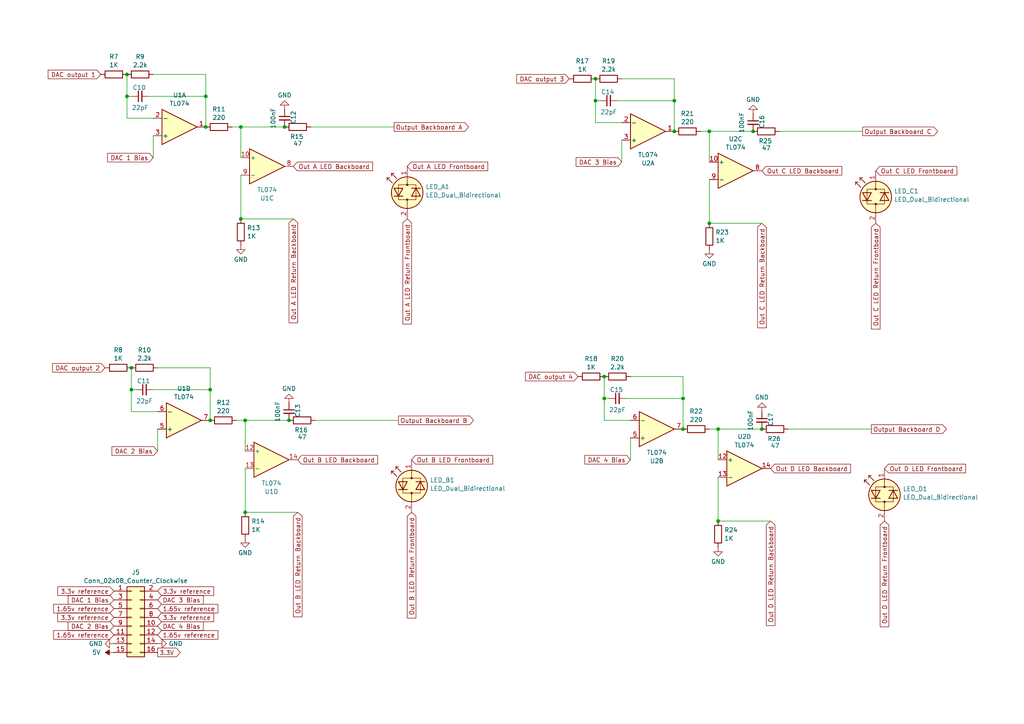
<source format=kicad_sch>
(kicad_sch (version 20231120) (generator "eeschema") (generator_version "8.0")
  (paper "A4")
  (lib_symbols
    (symbol "Amplifier_Operational:TL074" (pin_names (offset 0.127))
      (property "Reference" "U" (at 0 5.08 0))
      (property "Value" "TL074" (at 0 -5.08 0))
      (symbol "TL074_1_1"
        (polyline (pts (xy -5.08 5.08) (xy 5.08 0) (xy -5.08 -5.08) (xy -5.08 5.08)) (stroke (width 0.254)) (fill (type background)))
        (pin output line (at 7.62 0 180) (length 2.54) (name "~") (number "1"))
        (pin input line (at -7.62 -2.54 0) (length 2.54) (name "-") (number "2"))
        (pin input line (at -7.62 2.54 0) (length 2.54) (name "+") (number "3"))
      )
      (symbol "TL074_2_1"
        (polyline (pts (xy -5.08 5.08) (xy 5.08 0) (xy -5.08 -5.08) (xy -5.08 5.08)) (stroke (width 0.254)) (fill (type background)))
        (pin input line (at -7.62 2.54 0) (length 2.54) (name "+") (number "5"))
        (pin input line (at -7.62 -2.54 0) (length 2.54) (name "-") (number "6"))
        (pin output line (at 7.62 0 180) (length 2.54) (name "~") (number "7"))
      )
      (symbol "TL074_3_1"
        (polyline (pts (xy -5.08 5.08) (xy 5.08 0) (xy -5.08 -5.08) (xy -5.08 5.08)) (stroke (width 0.254)) (fill (type background)))
        (pin input line (at -7.62 2.54 0) (length 2.54) (name "+") (number "10"))
        (pin output line (at 7.62 0 180) (length 2.54) (name "~") (number "8"))
        (pin input line (at -7.62 -2.54 0) (length 2.54) (name "-") (number "9"))
      )
      (symbol "TL074_4_1"
        (polyline (pts (xy -5.08 5.08) (xy 5.08 0) (xy -5.08 -5.08) (xy -5.08 5.08)) (stroke (width 0.254)) (fill (type background)))
        (pin input line (at -7.62 2.54 0) (length 2.54) (name "+") (number "12"))
        (pin input line (at -7.62 -2.54 0) (length 2.54) (name "-") (number "13"))
        (pin output line (at 7.62 0 180) (length 2.54) (name "~") (number "14"))
      )
      (symbol "TL074_5_1"
        (pin power_in line (at -2.54 -7.62 90) (length 3.81) (name "V-") (number "11"))
        (pin power_in line (at -2.54 7.62 270) (length 3.81) (name "V+") (number "4"))
      )
    )
    (symbol "Connector_Generic:Conn_02x08_Odd_Even" (pin_names (offset 1.016) hide)
      (property "Reference" "J" (at 1.27 10.16 0))
      (property "Value" "Conn_02x08_Odd_Even" (at 1.27 -12.7 0))
      (symbol "Conn_02x08_Odd_Even_1_1"
        (rectangle (start -1.27 -10.033) (end 0 -10.287) (stroke (width 0.1524)))
        (rectangle (start -1.27 -7.493) (end 0 -7.747) (stroke (width 0.1524)))
        (rectangle (start -1.27 -4.953) (end 0 -5.207) (stroke (width 0.1524)))
        (rectangle (start -1.27 -2.413) (end 0 -2.667) (stroke (width 0.1524)))
        (rectangle (start -1.27 0.127) (end 0 -0.127) (stroke (width 0.1524)))
        (rectangle (start -1.27 2.667) (end 0 2.413) (stroke (width 0.1524)))
        (rectangle (start -1.27 5.207) (end 0 4.953) (stroke (width 0.1524)))
        (rectangle (start -1.27 7.747) (end 0 7.493) (stroke (width 0.1524)))
        (rectangle (start -1.27 8.89) (end 3.81 -11.43) (stroke (width 0.254)) (fill (type background)))
        (rectangle (start 3.81 -10.033) (end 2.54 -10.287) (stroke (width 0.1524)))
        (rectangle (start 3.81 -7.493) (end 2.54 -7.747) (stroke (width 0.1524)))
        (rectangle (start 3.81 -4.953) (end 2.54 -5.207) (stroke (width 0.1524)))
        (rectangle (start 3.81 -2.413) (end 2.54 -2.667) (stroke (width 0.1524)))
        (rectangle (start 3.81 0.127) (end 2.54 -0.127) (stroke (width 0.1524)))
        (rectangle (start 3.81 2.667) (end 2.54 2.413) (stroke (width 0.1524)))
        (rectangle (start 3.81 5.207) (end 2.54 4.953) (stroke (width 0.1524)))
        (rectangle (start 3.81 7.747) (end 2.54 7.493) (stroke (width 0.1524)))
        (pin passive line (at -5.08 7.62 0) (length 3.81) (name "Pin_1") (number "1"))
        (pin passive line (at 7.62 -2.54 180) (length 3.81) (name "Pin_10") (number "10"))
        (pin passive line (at -5.08 -5.08 0) (length 3.81) (name "Pin_11") (number "11"))
        (pin passive line (at 7.62 -5.08 180) (length 3.81) (name "Pin_12") (number "12"))
        (pin passive line (at -5.08 -7.62 0) (length 3.81) (name "Pin_13") (number "13"))
        (pin passive line (at 7.62 -7.62 180) (length 3.81) (name "Pin_14") (number "14"))
        (pin passive line (at -5.08 -10.16 0) (length 3.81) (name "Pin_15") (number "15"))
        (pin passive line (at 7.62 -10.16 180) (length 3.81) (name "Pin_16") (number "16"))
        (pin passive line (at 7.62 7.62 180) (length 3.81) (name "Pin_2") (number "2"))
        (pin passive line (at -5.08 5.08 0) (length 3.81) (name "Pin_3") (number "3"))
        (pin passive line (at 7.62 5.08 180) (length 3.81) (name "Pin_4") (number "4"))
        (pin passive line (at -5.08 2.54 0) (length 3.81) (name "Pin_5") (number "5"))
        (pin passive line (at 7.62 2.54 180) (length 3.81) (name "Pin_6") (number "6"))
        (pin passive line (at -5.08 0 0) (length 3.81) (name "Pin_7") (number "7"))
        (pin passive line (at 7.62 0 180) (length 3.81) (name "Pin_8") (number "8"))
        (pin passive line (at -5.08 -2.54 0) (length 3.81) (name "Pin_9") (number "9"))
      )
    )
    (symbol "Device:C_Small" (pin_numbers hide) (pin_names (offset 0.254) hide)
      (property "Reference" "C" (at 0.254 1.778 0))
      (property "Value" "C_Small" (at 0.254 -2.032 0))
      (symbol "C_Small_0_1"
        (polyline (pts (xy -1.524 -0.508) (xy 1.524 -0.508)) (stroke (width 0.3302)))
        (polyline (pts (xy -1.524 0.508) (xy 1.524 0.508)) (stroke (width 0.3048)))
      )
      (symbol "C_Small_1_1"
        (pin passive line (at 0 2.54 270) (length 2.032) (name "~") (number "1"))
        (pin passive line (at 0 -2.54 90) (length 2.032) (name "~") (number "2"))
      )
    )
    (symbol "Device:LED_Dual_Bidirectional" (pin_names (offset 0) hide)
      (property "Reference" "D" (at 0 5.715 0))
      (property "Value" "LED_Dual_Bidirectional" (at 0 -6.35 0))
      (symbol "LED_Dual_Bidirectional_0_1"
        (circle (center -2.032 0) (radius 0.254) (fill (type outline)))
        (polyline (pts (xy -4.572 0) (xy -2.54 0)))
        (polyline (pts (xy -2.032 0) (xy -2.54 0)))
        (polyline (pts (xy -1.016 3.81) (xy -1.016 1.27)) (stroke (width 0.254)))
        (polyline (pts (xy 1.27 -1.27) (xy 1.27 -3.81)) (stroke (width 0.254)))
        (polyline (pts (xy 4.064 0) (xy 2.286 0)) (fill (type outline)))
        (polyline (pts (xy 4.318 5.842) (xy 4.318 5.08)) (stroke (width 0.2032)))
        (polyline (pts (xy 5.588 4.572) (xy 5.588 3.81)) (stroke (width 0.2032)))
        (polyline (pts (xy 2.794 4.318) (xy 4.318 5.842) (xy 3.556 5.842)) (stroke (width 0.2032)))
        (polyline (pts (xy 4.064 3.048) (xy 5.588 4.572) (xy 4.826 4.572)) (stroke (width 0.2032)))
        (polyline (pts (xy -1.016 -1.27) (xy -1.016 -3.81) (xy 1.27 -2.54) (xy -1.016 -1.27)) (stroke (width 0.254)))
        (polyline (pts (xy 1.27 3.81) (xy 1.27 1.27) (xy -1.016 2.54) (xy 1.27 3.81)) (stroke (width 0.254)))
        (polyline (pts (xy 2.286 2.54) (xy -2.032 2.54) (xy -2.032 -2.54) (xy 2.286 -2.54) (xy 2.286 2.54)))
        (circle (center 0 0) (radius 4.572) (stroke (width 0.254)) (fill (type background)))
        (circle (center 2.286 0) (radius 0.254) (fill (type outline)))
      )
      (symbol "LED_Dual_Bidirectional_1_1"
        (pin input line (at 7.62 0 180) (length 3.81) (name "KA") (number "1"))
        (pin input line (at -7.62 0 0) (length 3.048) (name "AK") (number "2"))
      )
    )
    (symbol "Device:R" (pin_numbers hide) (pin_names (offset 0))
      (property "Reference" "R" (at 2.032 0 90))
      (property "Value" "R" (at 0 0 90))
      (symbol "R_0_1"
        (rectangle (start -1.016 -2.54) (end 1.016 2.54) (stroke (width 0.254)))
      )
      (symbol "R_1_1"
        (pin passive line (at 0 3.81 270) (length 1.27) (name "~") (number "1"))
        (pin passive line (at 0 -3.81 90) (length 1.27) (name "~") (number "2"))
      )
    )
    (symbol "power:-12V" (power) (pin_numbers hide) (pin_names (offset 0) hide)
      (property "Value" "-12V" (at 0 3.556 0))
      (symbol "-12V_0_0"
        (pin power_in line (at 0 0 90) (length 0) (name "~") (number "1"))
      )
      (symbol "-12V_0_1"
        (polyline (pts (xy 0 0) (xy 0 1.27) (xy 0.762 1.27) (xy 0 2.54) (xy -0.762 1.27) (xy 0 1.27)) (fill (type outline)))
      )
    )
    (symbol "power:GND" (power) (pin_numbers hide) (pin_names (offset 0) hide)
      (property "Value" "GND" (at 0 -3.81 0))
      (symbol "GND_0_1"
        (polyline (pts (xy 0 0) (xy 0 -1.27) (xy 1.27 -1.27) (xy 0 -2.54) (xy -1.27 -1.27) (xy 0 -1.27)))
      )
      (symbol "GND_1_1"
        (pin power_in line (at 0 0 270) (length 0) (name "~") (number "1"))
      )
    )
  )
  (junction (at 83.82 121.92))
  (junction (at 82.55 36.83))
  (junction (at 218.44 38.1))
  (junction (at 38.1 113.03))
  (junction (at 205.74 38.1))
  (junction (at 71.12 148.59))
  (junction (at 172.72 22.86))
  (junction (at 198.12 124.46))
  (junction (at 36.83 21.59))
  (junction (at 195.58 29.21))
  (junction (at 60.96 113.03))
  (junction (at 175.26 109.22))
  (junction (at 36.83 27.94))
  (junction (at 38.1 106.68))
  (junction (at 208.28 124.46))
  (junction (at 59.69 36.83))
  (junction (at 175.26 115.57))
  (junction (at 195.58 38.1))
  (junction (at 69.85 63.5))
  (junction (at 71.12 121.92))
  (junction (at 69.85 36.83))
  (junction (at 59.69 27.94))
  (junction (at 205.74 64.77))
  (junction (at 60.96 121.92))
  (junction (at 208.28 151.13))
  (junction (at 198.12 115.57))
  (junction (at 172.72 29.21))
  (junction (at 220.98 124.46))
  (wire (pts (xy 205.74 52.07) (xy 205.74 64.77)))
  (wire (pts (xy 172.72 22.86) (xy 172.72 29.21)))
  (wire (pts (xy 36.83 21.59) (xy 36.83 27.94)))
  (wire (pts (xy 182.88 127) (xy 182.88 133.35)))
  (wire (pts (xy 205.74 64.77) (xy 220.98 64.77)))
  (wire (pts (xy 203.2 38.1) (xy 205.74 38.1)))
  (wire (pts (xy 208.28 124.46) (xy 208.28 133.35)))
  (wire (pts (xy 43.18 27.94) (xy 59.69 27.94)))
  (wire (pts (xy 60.96 121.92) (xy 60.96 113.03)))
  (wire (pts (xy 60.96 113.03) (xy 60.96 106.68)))
  (wire (pts (xy 67.31 36.83) (xy 69.85 36.83)))
  (wire (pts (xy 228.6 124.46) (xy 252.73 124.46)))
  (wire (pts (xy 175.26 115.57) (xy 175.26 121.92)))
  (wire (pts (xy 69.85 50.8) (xy 69.85 63.5)))
  (wire (pts (xy 45.72 124.46) (xy 45.72 130.81)))
  (wire (pts (xy 175.26 121.92) (xy 182.88 121.92)))
  (wire (pts (xy 175.26 115.57) (xy 176.53 115.57)))
  (wire (pts (xy 38.1 113.03) (xy 38.1 119.38)))
  (wire (pts (xy 71.12 121.92) (xy 71.12 130.81)))
  (wire (pts (xy 36.83 27.94) (xy 36.83 34.29)))
  (wire (pts (xy 181.61 115.57) (xy 198.12 115.57)))
  (wire (pts (xy 208.28 138.43) (xy 208.28 151.13)))
  (wire (pts (xy 91.44 121.92) (xy 115.57 121.92)))
  (wire (pts (xy 71.12 121.92) (xy 83.82 121.92)))
  (wire (pts (xy 198.12 109.22) (xy 182.88 109.22)))
  (wire (pts (xy 195.58 29.21) (xy 195.58 22.86)))
  (wire (pts (xy 69.85 36.83) (xy 82.55 36.83)))
  (wire (pts (xy 198.12 124.46) (xy 198.12 115.57)))
  (wire (pts (xy 71.12 135.89) (xy 71.12 148.59)))
  (wire (pts (xy 59.69 27.94) (xy 59.69 21.59)))
  (wire (pts (xy 205.74 38.1) (xy 205.74 46.99)))
  (wire (pts (xy 68.58 121.92) (xy 71.12 121.92)))
  (wire (pts (xy 172.72 29.21) (xy 172.72 35.56)))
  (wire (pts (xy 36.83 34.29) (xy 44.45 34.29)))
  (wire (pts (xy 60.96 106.68) (xy 45.72 106.68)))
  (wire (pts (xy 195.58 38.1) (xy 195.58 29.21)))
  (wire (pts (xy 205.74 38.1) (xy 218.44 38.1)))
  (wire (pts (xy 38.1 113.03) (xy 39.37 113.03)))
  (wire (pts (xy 38.1 119.38) (xy 45.72 119.38)))
  (wire (pts (xy 44.45 113.03) (xy 60.96 113.03)))
  (wire (pts (xy 179.07 29.21) (xy 195.58 29.21)))
  (wire (pts (xy 195.58 22.86) (xy 180.34 22.86)))
  (wire (pts (xy 208.28 124.46) (xy 220.98 124.46)))
  (wire (pts (xy 208.28 151.13) (xy 223.52 151.13)))
  (wire (pts (xy 198.12 115.57) (xy 198.12 109.22)))
  (wire (pts (xy 175.26 109.22) (xy 175.26 115.57)))
  (wire (pts (xy 71.12 148.59) (xy 86.36 148.59)))
  (wire (pts (xy 69.85 36.83) (xy 69.85 45.72)))
  (wire (pts (xy 205.74 124.46) (xy 208.28 124.46)))
  (wire (pts (xy 59.69 21.59) (xy 44.45 21.59)))
  (wire (pts (xy 90.17 36.83) (xy 114.3 36.83)))
  (wire (pts (xy 36.83 27.94) (xy 38.1 27.94)))
  (wire (pts (xy 226.06 38.1) (xy 250.19 38.1)))
  (wire (pts (xy 172.72 35.56) (xy 180.34 35.56)))
  (wire (pts (xy 69.85 63.5) (xy 85.09 63.5)))
  (wire (pts (xy 180.34 40.64) (xy 180.34 46.99)))
  (wire (pts (xy 59.69 36.83) (xy 59.69 27.94)))
  (wire (pts (xy 38.1 106.68) (xy 38.1 113.03)))
  (wire (pts (xy 44.45 39.37) (xy 44.45 45.72)))
  (wire (pts (xy 172.72 29.21) (xy 173.99 29.21)))
  (global_label "Out D LED Return Backboard" (shape input) (at 223.52 151.13 270) (property "Intersheetrefs" "${INTERSHEET_REFS}" (effects (hide yes))))
  (global_label "DAC output 4" (shape input) (at 167.64 109.22 180) (property "Intersheetrefs" "${INTERSHEET_REFS}" (effects (hide yes))))
  (global_label "Out C LED Return Frontboard" (shape input) (at 254 64.77 270) (property "Intersheetrefs" "${INTERSHEET_REFS}" (effects (hide yes))))
  (global_label "Out A LED Frontboard" (shape input) (at 118.11 48.26 0) (property "Intersheetrefs" "${INTERSHEET_REFS}" (effects (hide yes))))
  (global_label "Out C LED Return Backboard" (shape input) (at 220.98 64.77 270) (property "Intersheetrefs" "${INTERSHEET_REFS}" (effects (hide yes))))
  (global_label "Out C LED Backboard" (shape input) (at 220.98 49.53 0) (property "Intersheetrefs" "${INTERSHEET_REFS}" (effects (hide yes))))
  (global_label "3.3V" (shape output) (at 45.72 189.23 0) (property "Intersheetrefs" "${INTERSHEET_REFS}" (effects (hide yes))))
  (global_label "Out B LED Frontboard" (shape input) (at 119.38 133.35 0) (property "Intersheetrefs" "${INTERSHEET_REFS}" (effects (hide yes))))
  (global_label "Out A LED Return Backboard" (shape input) (at 85.09 63.5 270) (property "Intersheetrefs" "${INTERSHEET_REFS}" (effects (hide yes))))
  (global_label "Out B LED Return Backboard" (shape input) (at 86.36 148.59 270) (property "Intersheetrefs" "${INTERSHEET_REFS}" (effects (hide yes))))
  (global_label "Output Backboard C" (shape output) (at 250.19 38.1 0) (property "Intersheetrefs" "${INTERSHEET_REFS}" (effects (hide yes))))
  (global_label "DAC 4 Bias" (shape input) (at 182.88 133.35 180) (property "Intersheetrefs" "${INTERSHEET_REFS}" (effects (hide yes))))
  (global_label "1.65v reference" (shape input) (at 33.02 184.15 180) (property "Intersheetrefs" "${INTERSHEET_REFS}" (effects (hide yes))))
  (global_label "1.65v reference" (shape input) (at 45.72 184.15 0) (property "Intersheetrefs" "${INTERSHEET_REFS}" (effects (hide yes))))
  (global_label "1.65v reference" (shape input) (at 45.72 176.53 0) (property "Intersheetrefs" "${INTERSHEET_REFS}" (effects (hide yes))))
  (global_label "Out D LED Return Frontboard" (shape input) (at 256.54 151.13 270) (property "Intersheetrefs" "${INTERSHEET_REFS}" (effects (hide yes))))
  (global_label "DAC 4 Bias" (shape input) (at 45.72 181.61 0) (property "Intersheetrefs" "${INTERSHEET_REFS}" (effects (hide yes))))
  (global_label "DAC 1 Bias" (shape input) (at 44.45 45.72 180) (property "Intersheetrefs" "${INTERSHEET_REFS}" (effects (hide yes))))
  (global_label "DAC output 2" (shape input) (at 30.48 106.68 180) (property "Intersheetrefs" "${INTERSHEET_REFS}" (effects (hide yes))))
  (global_label "DAC 1 Bias" (shape input) (at 33.02 173.99 180) (property "Intersheetrefs" "${INTERSHEET_REFS}" (effects (hide yes))))
  (global_label "Out B LED Return Frontboard" (shape input) (at 119.38 148.59 270) (property "Intersheetrefs" "${INTERSHEET_REFS}" (effects (hide yes))))
  (global_label "DAC 2 Bias" (shape input) (at 33.02 181.61 180) (property "Intersheetrefs" "${INTERSHEET_REFS}" (effects (hide yes))))
  (global_label "DAC 2 Bias" (shape input) (at 45.72 130.81 180) (property "Intersheetrefs" "${INTERSHEET_REFS}" (effects (hide yes))))
  (global_label "DAC 3 Bias" (shape input) (at 45.72 173.99 0) (property "Intersheetrefs" "${INTERSHEET_REFS}" (effects (hide yes))))
  (global_label "Output Backboard D" (shape output) (at 252.73 124.46 0) (property "Intersheetrefs" "${INTERSHEET_REFS}" (effects (hide yes))))
  (global_label "Out A LED Return Frontboard" (shape input) (at 118.11 63.5 270) (property "Intersheetrefs" "${INTERSHEET_REFS}" (effects (hide yes))))
  (global_label "Out C LED Frontboard" (shape input) (at 254 49.53 0) (property "Intersheetrefs" "${INTERSHEET_REFS}" (effects (hide yes))))
  (global_label "Out A LED Backboard" (shape input) (at 85.09 48.26 0) (property "Intersheetrefs" "${INTERSHEET_REFS}" (effects (hide yes))))
  (global_label "Output Backboard B" (shape output) (at 115.57 121.92 0) (property "Intersheetrefs" "${INTERSHEET_REFS}" (effects (hide yes))))
  (global_label "Out D LED Backboard" (shape input) (at 223.52 135.89 0) (property "Intersheetrefs" "${INTERSHEET_REFS}" (effects (hide yes))))
  (global_label "3.3v reference" (shape input) (at 45.72 179.07 0) (property "Intersheetrefs" "${INTERSHEET_REFS}" (effects (hide yes))))
  (global_label "DAC 3 Bias" (shape input) (at 180.34 46.99 180) (property "Intersheetrefs" "${INTERSHEET_REFS}" (effects (hide yes))))
  (global_label "3.3v reference" (shape input) (at 33.02 179.07 180) (property "Intersheetrefs" "${INTERSHEET_REFS}" (effects (hide yes))))
  (global_label "Output Backboard A" (shape output) (at 114.3 36.83 0) (property "Intersheetrefs" "${INTERSHEET_REFS}" (effects (hide yes))))
  (global_label "DAC output 3" (shape input) (at 165.1 22.86 180) (property "Intersheetrefs" "${INTERSHEET_REFS}" (effects (hide yes))))
  (global_label "DAC output 1" (shape input) (at 29.21 21.59 180) (property "Intersheetrefs" "${INTERSHEET_REFS}" (effects (hide yes))))
  (global_label "3.3v reference" (shape input) (at 33.02 171.45 180) (property "Intersheetrefs" "${INTERSHEET_REFS}" (effects (hide yes))))
  (global_label "3.3v reference" (shape input) (at 45.72 171.45 0) (property "Intersheetrefs" "${INTERSHEET_REFS}" (effects (hide yes))))
  (global_label "Out B LED Backboard" (shape input) (at 86.36 133.35 0) (property "Intersheetrefs" "${INTERSHEET_REFS}" (effects (hide yes))))
  (global_label "Out D LED Frontboard" (shape input) (at 256.54 135.89 0) (property "Intersheetrefs" "${INTERSHEET_REFS}" (effects (hide yes))))
  (global_label "1.65v reference" (shape input) (at 33.02 176.53 180) (property "Intersheetrefs" "${INTERSHEET_REFS}" (effects (hide yes))))
  (symbol (lib_id "Device:C_Small") (at 218.44 35.56 0) (unit 1)
    (property "Reference" "C16" (at 220.98 35.306 90))
    (property "Value" "100nF" (at 215.138 35.56 90))
    (property "Footprint" "Capacitor_SMD:C_0805_2012Metric_Pad1.18x1.45mm_HandSolder" (effects (hide yes)))
    (property "Description" "Unpolarized capacitor, small symbol" (effects (hide yes)))
  )
  (symbol (lib_id "Device:C_Small") (at 179.07 115.57 90) (unit 1)
    (property "Reference" "C15" (at 178.816 113.03 90))
    (property "Value" "22pF" (at 179.07 118.872 90))
    (property "Footprint" "Capacitor_SMD:C_0805_2012Metric_Pad1.18x1.45mm_HandSolder" (effects (hide yes)))
    (property "Description" "Unpolarized capacitor, small symbol" (effects (hide yes)))
  )
  (symbol (lib_id "power:GND") (at 218.44 33.02 180) (unit 1)
    (property "Reference" "#PWR049" (effects (hide yes)))
    (property "Value" "GND" (at 218.44 28.8869 0))
    (property "Description" "Power symbol creates a global label with name \"GND\" , ground" (effects (hide yes)))
  )
  (symbol (lib_id "Device:R") (at 86.36 36.83 90) (unit 1)
    (property "Reference" "R15" (at 86.106 39.624 90))
    (property "Value" "47" (at 86.36 41.656 90))
    (property "Footprint" "Resistor_SMD:R_0805_2012Metric_Pad1.20x1.40mm_HandSolder" (effects (hide yes)))
    (property "Description" "Resistor" (effects (hide yes)))
  )
  (symbol (lib_id "Device:C_Small") (at 82.55 34.29 0) (unit 1)
    (property "Reference" "C12" (at 85.09 34.036 90))
    (property "Value" "100nF" (at 79.248 34.29 90))
    (property "Footprint" "Capacitor_SMD:C_0805_2012Metric_Pad1.18x1.45mm_HandSolder" (effects (hide yes)))
    (property "Description" "Unpolarized capacitor, small symbol" (effects (hide yes)))
  )
  (symbol (lib_id "Device:R") (at 176.53 22.86 90) (unit 1)
    (property "Reference" "R19" (at 176.53 17.6995 90))
    (property "Value" "2.2k" (at 176.53 20.1238 90))
    (property "Footprint" "Resistor_SMD:R_0805_2012Metric_Pad1.20x1.40mm_HandSolder" (effects (hide yes)))
    (property "Description" "Resistor" (effects (hide yes)))
  )
  (symbol (lib_id "Device:R") (at 63.5 36.83 90) (unit 1)
    (property "Reference" "R11" (at 63.5 31.6695 90))
    (property "Value" "220" (at 63.5 34.0938 90))
    (property "Footprint" "Resistor_SMD:R_0805_2012Metric_Pad1.20x1.40mm_HandSolder" (effects (hide yes)))
    (property "Description" "Resistor" (effects (hide yes)))
  )
  (symbol (lib_id "Device:R") (at 168.91 22.86 90) (unit 1)
    (property "Reference" "R17" (at 168.91 17.6995 90))
    (property "Value" "1K" (at 168.91 20.1238 90))
    (property "Footprint" "Resistor_SMD:R_0805_2012Metric_Pad1.20x1.40mm_HandSolder" (effects (hide yes)))
    (property "Description" "Resistor" (effects (hide yes)))
  )
  (symbol (lib_id "Device:R") (at 40.64 21.59 90) (unit 1)
    (property "Reference" "R9" (at 40.64 16.4295 90))
    (property "Value" "2.2k" (at 40.64 18.8538 90))
    (property "Footprint" "Resistor_SMD:R_0805_2012Metric_Pad1.20x1.40mm_HandSolder" (effects (hide yes)))
    (property "Description" "Resistor" (effects (hide yes)))
  )
  (symbol (lib_id "Device:R") (at 171.45 109.22 90) (unit 1)
    (property "Reference" "R18" (at 171.45 104.0595 90))
    (property "Value" "1K" (at 171.45 106.4838 90))
    (property "Footprint" "Resistor_SMD:R_0805_2012Metric_Pad1.20x1.40mm_HandSolder" (effects (hide yes)))
    (property "Description" "Resistor" (effects (hide yes)))
  )
  (symbol (lib_id "Device:R") (at 222.25 38.1 90) (unit 1)
    (property "Reference" "R25" (at 221.996 40.894 90))
    (property "Value" "47" (at 222.25 42.926 90))
    (property "Footprint" "Resistor_SMD:R_0805_2012Metric_Pad1.20x1.40mm_HandSolder" (effects (hide yes)))
    (property "Description" "Resistor" (effects (hide yes)))
  )
  (symbol (lib_id "Amplifier_Operational:TL074") (at 213.36 49.53 0) (unit 3)
    (property "Reference" "U2" (at 213.36 40.3055 0))
    (property "Value" "TL074" (at 213.36 42.7298 0))
    (property "Footprint" "Package_SO:SOIC-14_3.9x8.7mm_P1.27mm" (effects (hide yes)))
    (property "Datasheet" "http://www.ti.com/lit/ds/symlink/tl071.pdf" (effects (hide yes)))
    (property "Description" "Quad Low-Noise JFET-Input Operational Amplifiers, DIP-14/SOIC-14" (effects (hide yes)))
  )
  (symbol (lib_id "power:GND") (at 45.72 186.69 90) (unit 1)
    (property "Reference" "#PWR033" (effects (hide yes)))
    (property "Value" "GND" (at 48.895 186.69 90) (effects (justify right)))
    (property "Description" "Power symbol creates a global label with name \"GND\" , ground" (effects (hide yes)))
  )
  (symbol (lib_id "Amplifier_Operational:TL074") (at 52.07 36.83 0) (mirror x) (unit 1)
    (property "Reference" "U1" (at 52.07 27.6055 0))
    (property "Value" "TL074" (at 52.07 30.0298 0))
    (property "Footprint" "Package_SO:SOIC-14_3.9x8.7mm_P1.27mm" (effects (hide yes)))
    (property "Datasheet" "http://www.ti.com/lit/ds/symlink/tl071.pdf" (effects (hide yes)))
    (property "Description" "Quad Low-Noise JFET-Input Operational Amplifiers, DIP-14/SOIC-14" (effects (hide yes)))
  )
  (symbol (lib_id "Device:R") (at 41.91 106.68 90) (unit 1)
    (property "Reference" "R10" (at 41.91 101.5195 90))
    (property "Value" "2.2k" (at 41.91 103.9438 90))
    (property "Footprint" "Resistor_SMD:R_0805_2012Metric_Pad1.20x1.40mm_HandSolder" (effects (hide yes)))
    (property "Description" "Resistor" (effects (hide yes)))
  )
  (symbol (lib_id "power:GND") (at 69.85 71.12 0) (unit 1)
    (property "Reference" "#PWR043" (effects (hide yes)))
    (property "Value" "GND" (at 69.85 75.2531 0))
    (property "Description" "Power symbol creates a global label with name \"GND\" , ground" (effects (hide yes)))
  )
  (symbol (lib_id "power:GND") (at 220.98 119.38 180) (unit 1)
    (property "Reference" "#PWR050" (effects (hide yes)))
    (property "Value" "GND" (at 220.98 115.2469 0))
    (property "Description" "Power symbol creates a global label with name \"GND\" , ground" (effects (hide yes)))
  )
  (symbol (lib_id "Amplifier_Operational:TL074") (at 77.47 48.26 0) (unit 3)
    (property "Reference" "U1" (at 77.47 57.4845 0))
    (property "Value" "TL074" (at 77.47 55.0602 0))
    (property "Footprint" "Package_SO:SOIC-14_3.9x8.7mm_P1.27mm" (effects (hide yes)))
    (property "Datasheet" "http://www.ti.com/lit/ds/symlink/tl071.pdf" (effects (hide yes)))
    (property "Description" "Quad Low-Noise JFET-Input Operational Amplifiers, DIP-14/SOIC-14" (effects (hide yes)))
  )
  (symbol (lib_id "power:GND") (at 33.02 186.69 270) (unit 1)
    (property "Reference" "#PWR038" (effects (hide yes)))
    (property "Value" "GND" (at 29.8451 186.69 90) (effects (justify right)))
    (property "Description" "Power symbol creates a global label with name \"GND\" , ground" (effects (hide yes)))
  )
  (symbol (lib_id "Device:R") (at 33.02 21.59 90) (unit 1)
    (property "Reference" "R7" (at 33.02 16.4295 90))
    (property "Value" "1K" (at 33.02 18.8538 90))
    (property "Footprint" "Resistor_SMD:R_0805_2012Metric_Pad1.20x1.40mm_HandSolder" (effects (hide yes)))
    (property "Description" "Resistor" (effects (hide yes)))
  )
  (symbol (lib_id "Connector_Generic:Conn_02x08_Odd_Even") (at 38.1 179.07 0) (unit 1)
    (property "Reference" "J5" (at 39.37 166.0355 0))
    (property "Value" "Conn_02x08_Counter_Clockwise" (at 39.37 168.4598 0))
    (property "Footprint" "Connector_PinHeader_2.54mm:PinHeader_2x08_P2.54mm_Vertical" (effects (hide yes)))
    (property "Description" "Generic connector, double row, 02x08, odd/even pin numbering scheme (row 1 odd numbers, row 2 even numbers), script generated (kicad-library-utils/schlib/autogen/connector/)" (effects (hide yes)))
  )
  (symbol (lib_id "Device:LED_Dual_Bidirectional") (at 254 57.15 90) (unit 1)
    (property "Reference" "LED_C1" (at 259.334 55.4425 90) (effects (justify right)))
    (property "Value" "LED_Dual_Bidirectional" (at 259.334 57.8668 90) (effects (justify right)))
    (property "Footprint" "LED_THT:LED_D3.0mm" (effects (hide yes)))
    (property "Description" "Dual LED, bidirectional" (effects (hide yes)))
  )
  (symbol (lib_id "Device:R") (at 224.79 124.46 90) (unit 1)
    (property "Reference" "R26" (at 224.536 127.254 90))
    (property "Value" "47" (at 224.79 129.286 90))
    (property "Footprint" "Resistor_SMD:R_0805_2012Metric_Pad1.20x1.40mm_HandSolder" (effects (hide yes)))
    (property "Description" "Resistor" (effects (hide yes)))
  )
  (symbol (lib_id "Device:R") (at 205.74 68.58 180) (unit 1)
    (property "Reference" "R23" (at 207.518 67.3678 0) (effects (justify right)))
    (property "Value" "1K" (at 207.518 69.7921 0) (effects (justify right)))
    (property "Footprint" "Resistor_SMD:R_0805_2012Metric_Pad1.20x1.40mm_HandSolder" (effects (hide yes)))
    (property "Description" "Resistor" (effects (hide yes)))
  )
  (symbol (lib_id "Device:R") (at 208.28 154.94 180) (unit 1)
    (property "Reference" "R24" (at 210.058 153.7278 0) (effects (justify right)))
    (property "Value" "1K" (at 210.058 156.1521 0) (effects (justify right)))
    (property "Footprint" "Resistor_SMD:R_0805_2012Metric_Pad1.20x1.40mm_HandSolder" (effects (hide yes)))
    (property "Description" "Resistor" (effects (hide yes)))
  )
  (symbol (lib_id "power:GND") (at 205.74 72.39 0) (unit 1)
    (property "Reference" "#PWR047" (effects (hide yes)))
    (property "Value" "GND" (at 205.74 76.5231 0))
    (property "Description" "Power symbol creates a global label with name \"GND\" , ground" (effects (hide yes)))
  )
  (symbol (lib_id "Device:R") (at 34.29 106.68 90) (unit 1)
    (property "Reference" "R8" (at 34.29 101.5195 90))
    (property "Value" "1K" (at 34.29 103.9438 90))
    (property "Footprint" "Resistor_SMD:R_0805_2012Metric_Pad1.20x1.40mm_HandSolder" (effects (hide yes)))
    (property "Description" "Resistor" (effects (hide yes)))
  )
  (symbol (lib_id "Device:R") (at 69.85 67.31 180) (unit 1)
    (property "Reference" "R13" (at 71.628 66.0978 0) (effects (justify right)))
    (property "Value" "1K" (at 71.628 68.5221 0) (effects (justify right)))
    (property "Footprint" "Resistor_SMD:R_0805_2012Metric_Pad1.20x1.40mm_HandSolder" (effects (hide yes)))
    (property "Description" "Resistor" (effects (hide yes)))
  )
  (symbol (lib_id "power:GND") (at 71.12 156.21 0) (unit 1)
    (property "Reference" "#PWR044" (effects (hide yes)))
    (property "Value" "GND" (at 71.12 160.3431 0))
    (property "Description" "Power symbol creates a global label with name \"GND\" , ground" (effects (hide yes)))
  )
  (symbol (lib_id "Device:R") (at 199.39 38.1 90) (unit 1)
    (property "Reference" "R21" (at 199.39 32.9395 90))
    (property "Value" "220" (at 199.39 35.3638 90))
    (property "Footprint" "Resistor_SMD:R_0805_2012Metric_Pad1.20x1.40mm_HandSolder" (effects (hide yes)))
    (property "Description" "Resistor" (effects (hide yes)))
  )
  (symbol (lib_id "Amplifier_Operational:TL074") (at 215.9 135.89 0) (unit 4)
    (property "Reference" "U2" (at 215.9 126.6655 0))
    (property "Value" "TL074" (at 215.9 129.0898 0))
    (property "Footprint" "Package_SO:SOIC-14_3.9x8.7mm_P1.27mm" (effects (hide yes)))
    (property "Datasheet" "http://www.ti.com/lit/ds/symlink/tl071.pdf" (effects (hide yes)))
    (property "Description" "Quad Low-Noise JFET-Input Operational Amplifiers, DIP-14/SOIC-14" (effects (hide yes)))
  )
  (symbol (lib_id "Device:R") (at 201.93 124.46 90) (unit 1)
    (property "Reference" "R22" (at 201.93 119.2995 90))
    (property "Value" "220" (at 201.93 121.7238 90))
    (property "Footprint" "Resistor_SMD:R_0805_2012Metric_Pad1.20x1.40mm_HandSolder" (effects (hide yes)))
    (property "Description" "Resistor" (effects (hide yes)))
  )
  (symbol (lib_id "Device:R") (at 64.77 121.92 90) (unit 1)
    (property "Reference" "R12" (at 64.77 116.7595 90))
    (property "Value" "220" (at 64.77 119.1838 90))
    (property "Footprint" "Resistor_SMD:R_0805_2012Metric_Pad1.20x1.40mm_HandSolder" (effects (hide yes)))
    (property "Description" "Resistor" (effects (hide yes)))
  )
  (symbol (lib_id "Device:C_Small") (at 83.82 119.38 0) (unit 1)
    (property "Reference" "C13" (at 86.36 119.126 90))
    (property "Value" "100nF" (at 80.518 119.38 90))
    (property "Footprint" "Capacitor_SMD:C_0805_2012Metric_Pad1.18x1.45mm_HandSolder" (effects (hide yes)))
    (property "Description" "Unpolarized capacitor, small symbol" (effects (hide yes)))
  )
  (symbol (lib_id "power:GND") (at 82.55 31.75 180) (unit 1)
    (property "Reference" "#PWR045" (effects (hide yes)))
    (property "Value" "GND" (at 82.55 27.6169 0))
    (property "Description" "Power symbol creates a global label with name \"GND\" , ground" (effects (hide yes)))
  )
  (symbol (lib_id "Amplifier_Operational:TL074") (at 190.5 124.46 0) (mirror x) (unit 2)
    (property "Reference" "U2" (at 190.5 133.6845 0))
    (property "Value" "TL074" (at 190.5 131.2602 0))
    (property "Footprint" "Package_SO:SOIC-14_3.9x8.7mm_P1.27mm" (effects (hide yes)))
    (property "Datasheet" "http://www.ti.com/lit/ds/symlink/tl071.pdf" (effects (hide yes)))
    (property "Description" "Quad Low-Noise JFET-Input Operational Amplifiers, DIP-14/SOIC-14" (effects (hide yes)))
  )
  (symbol (lib_id "Device:LED_Dual_Bidirectional") (at 256.54 143.51 90) (unit 1)
    (property "Reference" "LED_D1" (at 261.874 141.8025 90) (effects (justify right)))
    (property "Value" "LED_Dual_Bidirectional" (at 261.874 144.2268 90) (effects (justify right)))
    (property "Footprint" "LED_THT:LED_D3.0mm" (effects (hide yes)))
    (property "Description" "Dual LED, bidirectional" (effects (hide yes)))
  )
  (symbol (lib_id "Device:LED_Dual_Bidirectional") (at 119.38 140.97 90) (unit 1)
    (property "Reference" "LED_B1" (at 124.714 139.2625 90) (effects (justify right)))
    (property "Value" "LED_Dual_Bidirectional" (at 124.714 141.6868 90) (effects (justify right)))
    (property "Footprint" "LED_THT:LED_D3.0mm" (effects (hide yes)))
    (property "Description" "Dual LED, bidirectional" (effects (hide yes)))
  )
  (symbol (lib_id "Device:C_Small") (at 40.64 27.94 90) (unit 1)
    (property "Reference" "C10" (at 40.386 25.4 90))
    (property "Value" "22pF" (at 40.64 31.242 90))
    (property "Footprint" "Capacitor_SMD:C_0805_2012Metric_Pad1.18x1.45mm_HandSolder" (effects (hide yes)))
    (property "Description" "Unpolarized capacitor, small symbol" (effects (hide yes)))
  )
  (symbol (lib_id "power:GND") (at 208.28 158.75 0) (unit 1)
    (property "Reference" "#PWR048" (effects (hide yes)))
    (property "Value" "GND" (at 208.28 162.8831 0))
    (property "Description" "Power symbol creates a global label with name \"GND\" , ground" (effects (hide yes)))
  )
  (symbol (lib_id "Device:C_Small") (at 176.53 29.21 90) (unit 1)
    (property "Reference" "C14" (at 176.276 26.67 90))
    (property "Value" "22pF" (at 176.53 32.512 90))
    (property "Footprint" "Capacitor_SMD:C_0805_2012Metric_Pad1.18x1.45mm_HandSolder" (effects (hide yes)))
    (property "Description" "Unpolarized capacitor, small symbol" (effects (hide yes)))
  )
  (symbol (lib_id "power:GND") (at 83.82 116.84 180) (unit 1)
    (property "Reference" "#PWR046" (effects (hide yes)))
    (property "Value" "GND" (at 83.82 112.7069 0))
    (property "Description" "Power symbol creates a global label with name \"GND\" , ground" (effects (hide yes)))
  )
  (symbol (lib_id "Device:C_Small") (at 41.91 113.03 90) (unit 1)
    (property "Reference" "C11" (at 41.656 110.49 90))
    (property "Value" "22pF" (at 41.91 116.332 90))
    (property "Footprint" "Capacitor_SMD:C_0805_2012Metric_Pad1.18x1.45mm_HandSolder" (effects (hide yes)))
    (property "Description" "Unpolarized capacitor, small symbol" (effects (hide yes)))
  )
  (symbol (lib_id "Device:R") (at 179.07 109.22 90) (unit 1)
    (property "Reference" "R20" (at 179.07 104.0595 90))
    (property "Value" "2.2k" (at 179.07 106.4838 90))
    (property "Footprint" "Resistor_SMD:R_0805_2012Metric_Pad1.20x1.40mm_HandSolder" (effects (hide yes)))
    (property "Description" "Resistor" (effects (hide yes)))
  )
  (symbol (lib_id "Amplifier_Operational:TL074") (at 78.74 133.35 0) (unit 4)
    (property "Reference" "U1" (at 78.74 142.5745 0))
    (property "Value" "TL074" (at 78.74 140.1502 0))
    (property "Footprint" "Package_SO:SOIC-14_3.9x8.7mm_P1.27mm" (effects (hide yes)))
    (property "Datasheet" "http://www.ti.com/lit/ds/symlink/tl071.pdf" (effects (hide yes)))
    (property "Description" "Quad Low-Noise JFET-Input Operational Amplifiers, DIP-14/SOIC-14" (effects (hide yes)))
  )
  (symbol (lib_id "Amplifier_Operational:TL074") (at 53.34 121.92 0) (mirror x) (unit 2)
    (property "Reference" "U1" (at 53.34 112.6955 0))
    (property "Value" "TL074" (at 53.34 115.1198 0))
    (property "Footprint" "Package_SO:SOIC-14_3.9x8.7mm_P1.27mm" (effects (hide yes)))
    (property "Datasheet" "http://www.ti.com/lit/ds/symlink/tl071.pdf" (effects (hide yes)))
    (property "Description" "Quad Low-Noise JFET-Input Operational Amplifiers, DIP-14/SOIC-14" (effects (hide yes)))
  )
  (symbol (lib_id "Device:R") (at 87.63 121.92 90) (unit 1)
    (property "Reference" "R16" (at 87.376 124.714 90))
    (property "Value" "47" (at 87.63 126.746 90))
    (property "Footprint" "Resistor_SMD:R_0805_2012Metric_Pad1.20x1.40mm_HandSolder" (effects (hide yes)))
    (property "Description" "Resistor" (effects (hide yes)))
  )
  (symbol (lib_id "Device:C_Small") (at 220.98 121.92 0) (unit 1)
    (property "Reference" "C17" (at 223.52 121.666 90))
    (property "Value" "100nF" (at 217.678 121.92 90))
    (property "Footprint" "Capacitor_SMD:C_0805_2012Metric_Pad1.18x1.45mm_HandSolder" (effects (hide yes)))
    (property "Description" "Unpolarized capacitor, small symbol" (effects (hide yes)))
  )
  (symbol (lib_id "Device:LED_Dual_Bidirectional") (at 118.11 55.88 90) (unit 1)
    (property "Reference" "LED_A1" (at 123.444 54.1725 90) (effects (justify right)))
    (property "Value" "LED_Dual_Bidirectional" (at 123.444 56.5968 90) (effects (justify right)))
    (property "Footprint" "LED_THT:LED_D3.0mm" (effects (hide yes)))
    (property "Description" "Dual LED, bidirectional" (effects (hide yes)))
  )
  (symbol (lib_id "Amplifier_Operational:TL074") (at 187.96 38.1 0) (mirror x) (unit 1)
    (property "Reference" "U2" (at 187.96 47.3245 0))
    (property "Value" "TL074" (at 187.96 44.9002 0))
    (property "Footprint" "Package_SO:SOIC-14_3.9x8.7mm_P1.27mm" (effects (hide yes)))
    (property "Datasheet" "http://www.ti.com/lit/ds/symlink/tl071.pdf" (effects (hide yes)))
    (property "Description" "Quad Low-Noise JFET-Input Operational Amplifiers, DIP-14/SOIC-14" (effects (hide yes)))
  )
  (symbol (lib_id "Device:R") (at 71.12 152.4 180) (unit 1)
    (property "Reference" "R14" (at 72.898 151.1878 0) (effects (justify right)))
    (property "Value" "1K" (at 72.898 153.6121 0) (effects (justify right)))
    (property "Footprint" "Resistor_SMD:R_0805_2012Metric_Pad1.20x1.40mm_HandSolder" (effects (hide yes)))
    (property "Description" "Resistor" (effects (hide yes)))
  )
  (symbol (lib_id "power:-12V") (at 33.02 189.23 90) (unit 1)
    (property "Reference" "#PWR051" (effects (hide yes)))
    (property "Value" "5V" (at 29.21 189.23 90) (effects (justify left)))
    (property "Description" "Power symbol creates a global label with name \"-12V\"" (effects (hide yes)))
  )
)
</source>
